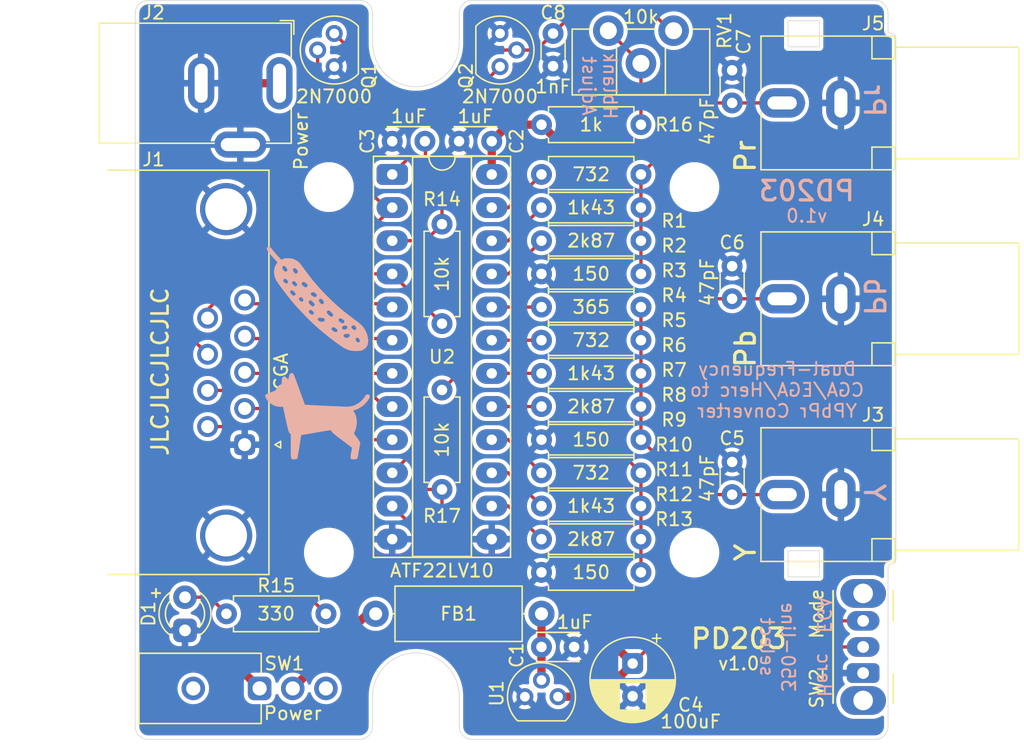
<source format=kicad_pcb>
(kicad_pcb (version 20211014) (generator pcbnew)
  (layers (0 "F.Cu" signal) (31 "B.Cu" signal) (36 "B.SilkS" user "B.Silkscreen") (37 "F.SilkS" user "F.Silkscreen") (38 "B.Mask" user) (39 "F.Mask" user) (44 "Edge.Cuts" user))
  (net 0 "")
  (net 1 "GND")
  (net 2 "+5V")
  (net 3 "/Y")
  (net 4 "/Pr")
  (net 5 "/Pb")
  (net 6 "/RAW")
  (net 7 "/VS")
  (net 8 "/HS")
  (net 9 "/R0")
  (net 10 "/Y3")
  (net 11 "/Y1")
  (net 12 "/Pr2")
  (net 13 "/Pr0")
  (net 14 "/Pb1")
  (net 15 "/Y2")
  (net 16 "/Y0")
  (net 17 "/Pr1")
  (net 18 "/Pb2")
  (net 19 "/Pb0")
  (net 20 "/VPol")
  (net 21 "/RAW'")
  (net 22 "/R")
  (net 23 "/G")
  (net 24 "/B")
  (net 25 "/I")
  (net 26 "/M")
  (net 27 "/Mode")
  (net 28 "/RAW''")
  (net 29 "/LED")
  (net 30 "/~{HS}")
  (net 31 "/Bln")
  (net 32 "/Trim")
  (footprint "MountingHole:MountingHole_3.2mm_M3_ISO7380" (layer "F.Cu") (at 40.23 90.505 90)
    (fp_text reference "MK2" hide)
    (fp_text value "Mounting_Hole")
    (pad "" np_thru_hole circle locked (at 0 0 90) (size 3.2 3.2) (drill 3.2) (layers *.Cu *.Mask))
  )
  (footprint "MountingHole:MountingHole_3.2mm_M3_ISO7380" (layer "F.Cu") (at 68.23 90.505 90)
    (fp_text reference "MK4" hide)
    (fp_text value "Mounting_Hole")
    (pad "" np_thru_hole circle locked (at 0 0 90) (size 3.2 3.2) (drill 3.2) (layers *.Cu *.Mask))
  )
  (footprint "MountingHole:MountingHole_3.2mm_M3_ISO7380" (layer "F.Cu") (at 68.23 118.505 90)
    (fp_text reference "MK3" hide)
    (fp_text value "Mounting_Hole")
    (pad "" np_thru_hole circle locked (at 0 0 90) (size 3.2 3.2) (drill 3.2) (layers *.Cu *.Mask))
  )
  (footprint "MountingHole:MountingHole_3.2mm_M3_ISO7380" (layer "F.Cu") (at 40.23 118.505 90)
    (fp_text reference "MK1" hide)
    (fp_text value "Mounting_Hole")
    (pad "" np_thru_hole circle locked (at 0 0 90) (size 3.2 3.2) (drill 3.2) (layers *.Cu *.Mask))
  )
  (footprint "Resistor_THT:R_Axial_DIN0207_L6.3mm_D2.5mm_P7.62mm_Horizontal" (layer "F.Cu") (at 56.515 112.395)
    (fp_text reference "R10" (at 10.16 -2.159) (layer "F.SilkS"))
    (fp_text value "732" (at 3.81 0) (layer "F.SilkS"))
    (pad "1" thru_hole circle (at 0 0) (size 1.6 1.6) (drill 0.8) (layers *.Cu *.Mask) (net 18 "/Pb2"))
    (pad "2" thru_hole oval (at 7.62 0) (size 1.6 1.6) (drill 0.8) (layers *.Cu *.Mask) (net 5 "/Pb"))
  )
  (footprint "Resistor_THT:R_Axial_DIN0207_L6.3mm_D2.5mm_P7.62mm_Horizontal" (layer "F.Cu") (at 56.515 99.695)
    (fp_text reference "R5" (at 10.16 1.016) (layer "F.SilkS"))
    (fp_text value "365" (at 3.81 0) (layer "F.SilkS"))
    (pad "1" thru_hole circle (at 0 0) (size 1.6 1.6) (drill 0.8) (layers *.Cu *.Mask) (net 10 "/Y3"))
    (pad "2" thru_hole oval (at 7.62 0) (size 1.6 1.6) (drill 0.8) (layers *.Cu *.Mask) (net 3 "/Y"))
  )
  (footprint "Resistor_THT:R_Axial_DIN0207_L6.3mm_D2.5mm_P7.62mm_Horizontal" (layer "F.Cu") (at 56.515 104.775)
    (fp_text reference "R7" (at 10.16 -0.254) (layer "F.SilkS"))
    (fp_text value "1k43" (at 3.81 0) (layer "F.SilkS"))
    (pad "1" thru_hole circle (at 0 0) (size 1.6 1.6) (drill 0.8) (layers *.Cu *.Mask) (net 11 "/Y1"))
    (pad "2" thru_hole oval (at 7.62 0) (size 1.6 1.6) (drill 0.8) (layers *.Cu *.Mask) (net 3 "/Y"))
  )
  (footprint "Resistor_THT:R_Axial_DIN0207_L6.3mm_D2.5mm_P7.62mm_Horizontal" (layer "F.Cu") (at 56.515 107.315)
    (fp_text reference "R8" (at 10.16 -0.889) (layer "F.SilkS"))
    (fp_text value "2k87" (at 3.81 0) (layer "F.SilkS"))
    (pad "1" thru_hole circle (at 0 0) (size 1.6 1.6) (drill 0.8) (layers *.Cu *.Mask) (net 16 "/Y0"))
    (pad "2" thru_hole oval (at 7.62 0) (size 1.6 1.6) (drill 0.8) (layers *.Cu *.Mask) (net 3 "/Y"))
  )
  (footprint "Resistor_THT:R_Axial_DIN0207_L6.3mm_D2.5mm_P7.62mm_Horizontal" (layer "F.Cu") (at 56.515 114.935)
    (fp_text reference "R11" (at 10.16 -2.794) (layer "F.SilkS"))
    (fp_text value "1k43" (at 3.81 0) (layer "F.SilkS"))
    (pad "1" thru_hole circle (at 0 0) (size 1.6 1.6) (drill 0.8) (layers *.Cu *.Mask) (net 14 "/Pb1"))
    (pad "2" thru_hole oval (at 7.62 0) (size 1.6 1.6) (drill 0.8) (layers *.Cu *.Mask) (net 5 "/Pb"))
  )
  (footprint "Resistor_THT:R_Axial_DIN0207_L6.3mm_D2.5mm_P7.62mm_Horizontal" (layer "F.Cu") (at 56.515 102.235)
    (fp_text reference "R6" (at 10.16 0.381) (layer "F.SilkS"))
    (fp_text value "732" (at 3.81 0) (layer "F.SilkS"))
    (pad "1" thru_hole circle (at 0 0) (size 1.6 1.6) (drill 0.8) (layers *.Cu *.Mask) (net 15 "/Y2"))
    (pad "2" thru_hole oval (at 7.62 0) (size 1.6 1.6) (drill 0.8) (layers *.Cu *.Mask) (net 3 "/Y"))
  )
  (footprint "Resistor_THT:R_Axial_DIN0207_L6.3mm_D2.5mm_P7.62mm_Horizontal" (layer "F.Cu") (at 56.515 109.855)
    (fp_text reference "R9" (at 10.16 -1.524) (layer "F.SilkS"))
    (fp_text value "150" (at 3.81 0) (layer "F.SilkS"))
    (pad "1" thru_hole circle (at 0 0) (size 1.6 1.6) (drill 0.8) (layers *.Cu *.Mask) (net 1 "GND"))
    (pad "2" thru_hole oval (at 7.62 0) (size 1.6 1.6) (drill 0.8) (layers *.Cu *.Mask) (net 3 "/Y"))
  )
  (footprint "Capacitor_THT:C_Disc_D3.0mm_W1.6mm_P2.50mm" (layer "F.Cu") (at 71.12 114.06 90)
    (fp_text reference "C5" (at 4.31 0 180) (layer "F.SilkS"))
    (fp_text value "47pF" (at 1.25 -1.905 90) (layer "F.SilkS"))
    (pad "1" thru_hole circle (at 0 0 90) (size 1.6 1.6) (drill 0.8) (layers *.Cu *.Mask) (net 3 "/Y"))
    (pad "2" thru_hole circle (at 2.5 0 90) (size 1.6 1.6) (drill 0.8) (layers *.Cu *.Mask) (net 1 "GND"))
  )
  (footprint "Capacitor_THT:C_Disc_D3.0mm_W2.0mm_P2.50mm" (layer "F.Cu") (at 52.705 86.995 180)
    (fp_text reference "C2" (at -1.905 0 90) (layer "F.SilkS"))
    (fp_text value "1uF" (at 1.25 1.905) (layer "F.SilkS"))
    (pad "1" thru_hole circle (at 0 0 180) (size 1.6 1.6) (drill 0.8) (layers *.Cu *.Mask) (net 2 "+5V"))
    (pad "2" thru_hole circle (at 2.5 0 180) (size 1.6 1.6) (drill 0.8) (layers *.Cu *.Mask) (net 1 "GND"))
  )
  (footprint "Resistor_THT:R_Axial_DIN0207_L6.3mm_D2.5mm_P7.62mm_Horizontal" (layer "F.Cu") (at 56.515 92.075)
    (fp_text reference "R2" (at 10.16 2.921) (layer "F.SilkS"))
    (fp_text value "1k43" (at 3.81 0) (layer "F.SilkS"))
    (pad "1" thru_hole circle (at 0 0) (size 1.6 1.6) (drill 0.8) (layers *.Cu *.Mask) (net 17 "/Pr1"))
    (pad "2" thru_hole oval (at 7.62 0) (size 1.6 1.6) (drill 0.8) (layers *.Cu *.Mask) (net 4 "/Pr"))
  )
  (footprint "Resistor_THT:R_Axial_DIN0207_L6.3mm_D2.5mm_P7.62mm_Horizontal" (layer "F.Cu") (at 56.515 94.615)
    (fp_text reference "R3" (at 10.16 2.286) (layer "F.SilkS"))
    (fp_text value "2k87" (at 3.81 0) (layer "F.SilkS"))
    (pad "1" thru_hole circle (at 0 0) (size 1.6 1.6) (drill 0.8) (layers *.Cu *.Mask) (net 13 "/Pr0"))
    (pad "2" thru_hole oval (at 7.62 0) (size 1.6 1.6) (drill 0.8) (layers *.Cu *.Mask) (net 4 "/Pr"))
  )
  (footprint "Resistor_THT:R_Axial_DIN0207_L6.3mm_D2.5mm_P7.62mm_Horizontal" (layer "F.Cu") (at 56.515 97.155)
    (fp_text reference "R4" (at 10.16 1.651) (layer "F.SilkS"))
    (fp_text value "150" (at 3.81 0) (layer "F.SilkS"))
    (pad "1" thru_hole circle (at 0 0) (size 1.6 1.6) (drill 0.8) (layers *.Cu *.Mask) (net 1 "GND"))
    (pad "2" thru_hole oval (at 7.62 0) (size 1.6 1.6) (drill 0.8) (layers *.Cu *.Mask) (net 4 "/Pr"))
  )
  (footprint "Resistor_THT:R_Axial_DIN0207_L6.3mm_D2.5mm_P7.62mm_Horizontal" (layer "F.Cu") (at 48.895 93.345 -90)
    (fp_text reference "R14" (at -1.905 0 180) (layer "F.SilkS"))
    (fp_text value "10k" (at 3.81 0 90) (layer "F.SilkS"))
    (pad "1" thru_hole circle (at 0 0 270) (size 1.6 1.6) (drill 0.8) (layers *.Cu *.Mask) (net 20 "/VPol"))
    (pad "2" thru_hole oval (at 7.62 0 270) (size 1.6 1.6) (drill 0.8) (layers *.Cu *.Mask) (net 7 "/VS"))
  )
  (footprint "cga-ypbpr:RCA_Unswitched" (layer "F.Cu") (at 74.949 99.06 -90)
    (fp_text reference "J4" (at -6.096 -6.966 180) (layer "F.SilkS"))
    (fp_text value "Pb" (at 3.81 2.813 90) (layer "F.SilkS") (effects (font (size 1.5 1.5) (thickness 0.25))))
    (pad "1" thru_hole oval (at 0 0 90) (size 2.25 3.5) (drill oval 1 2.25) (layers *.Cu *.Mask) (net 5 "/Pb"))
    (pad "2" thru_hole oval (at 0 -4.5 90) (size 3.5 2.25) (drill oval 2.25 1) (layers *.Cu *.Mask) (net 1 "GND"))
  )
  (footprint "Capacitor_THT:C_Disc_D3.0mm_W1.6mm_P2.50mm" (layer "F.Cu") (at 71.12 99.06 90)
    (fp_text reference "C6" (at 4.31 0 180) (layer "F.SilkS"))
    (fp_text value "47pF" (at 1.27 -1.905 90) (layer "F.SilkS"))
    (pad "1" thru_hole circle (at 0 0 90) (size 1.6 1.6) (drill 0.8) (layers *.Cu *.Mask) (net 5 "/Pb"))
    (pad "2" thru_hole circle (at 2.5 0 90) (size 1.6 1.6) (drill 0.8) (layers *.Cu *.Mask) (net 1 "GND"))
  )
  (footprint "Button_Switch_THT:SW_CuK_OS102011MA1QN1_SPDT_Angled" (layer "F.Cu") (at 81.153 127.73 90)
    (fp_text reference "SW2" (at -1.175 -3.556 90) (layer "F.SilkS"))
    (fp_text value "Mode" (at 4.54 -3.556 90) (layer "F.SilkS"))
    (pad "" thru_hole oval (at -2.1 0 90) (size 2.2 3.5) (drill 1.5) (layers *.Cu *.Mask))
    (pad "" thru_hole oval (at 6.1 0 90) (size 2.2 3.5) (drill 1.5) (layers *.Cu *.Mask))
    (pad "1" thru_hole roundrect (at 0 0 90) (size 1.5 2.5) (drill 0.9) (layers *.Cu *.Mask) (net 1 "GND"))
    (pad "2" thru_hole oval (at 2 0 90) (size 1.5 2.5) (drill 0.9) (layers *.Cu *.Mask) (net 27 "/Mode"))
    (pad "3" thru_hole oval (at 4 0 90) (size 1.5 2.5) (drill 0.9) (layers *.Cu *.Mask) (net 2 "+5V"))
  )
  (footprint "Connector_Dsub:DSUB-9_Female_Horizontal_P2.77x2.84mm_EdgePinOffset7.70mm_Housed_MountingHolesOffset9.12mm" (layer "F.Cu") (at 33.782 110.236 -90)
    (fp_text reference "J1" (at -21.844 6.985 180) (layer "F.SilkS"))
    (fp_text value "CGA" (at -5.588 -2.794 90) (layer "F.SilkS"))
    (pad "0" thru_hole circle (at 6.96 1.42 270) (size 4 4) (drill 3.2) (layers *.Cu *.Mask) (net 1 "GND"))
    (pad "0" thru_hole circle (at -18.04 1.42 270) (size 4 4) (drill 3.2) (layers *.Cu *.Mask) (net 1 "GND"))
    (pad "1" thru_hole roundrect (at 0 0 270) (size 1.6 1.6) (drill 1) (layers *.Cu *.Mask) (net 1 "GND"))
    (pad "2" thru_hole circle (at -2.77 0 270) (size 1.6 1.6) (drill 1) (layers *.Cu *.Mask) (net 9 "/R0"))
    (pad "3" thru_hole circle (at -5.54 0 270) (size 1.6 1.6) (drill 1) (layers *.Cu *.Mask) (net 22 "/R"))
    (pad "4" thru_hole circle (at -8.31 0 270) (size 1.6 1.6) (drill 1) (layers *.Cu *.Mask) (net 23 "/G"))
    (pad "5" thru_hole circle (at -11.08 0 270) (size 1.6 1.6) (drill 1) (layers *.Cu *.Mask) (net 24 "/B"))
    (pad "6" thru_hole circle (at -1.385 2.84 270) (size 1.6 1.6) (drill 1) (layers *.Cu *.Mask) (net 25 "/I"))
    (pad "7" thru_hole circle (at -4.155 2.84 270) (size 1.6 1.6) (drill 1) (layers *.Cu *.Mask) (net 26 "/M"))
    (pad "8" thru_hole circle (at -6.925 2.84 270) (size 1.6 1.6) (drill 1) (layers *.Cu *.Mask) (net 8 "/HS"))
    (pad "9" thru_hole circle (at -9.695 2.84 270) (size 1.6 1.6) (drill 1) (layers *.Cu *.Mask) (net 7 "/VS"))
  )
  (footprint "cga-ypbpr:RCA_Unswitched" (layer "F.Cu") (at 74.949 84.06 -90)
    (fp_text reference "J5" (at -6.082 -6.966 180) (layer "F.SilkS"))
    (fp_text value "Pr" (at 4.078 2.813 90) (layer "F.SilkS") (effects (font (size 1.5 1.5) (thickness 0.25))))
    (pad "1" thru_hole oval (at 0 0 90) (size 2.25 3.5) (drill oval 1 2.25) (layers *.Cu *.Mask) (net 4 "/Pr"))
    (pad "2" thru_hole oval (at 0 -4.5 90) (size 3.5 2.25) (drill oval 2.25 1) (layers *.Cu *.Mask) (net 1 "GND"))
  )
  (footprint "Resistor_THT:R_Axial_DIN0207_L6.3mm_D2.5mm_P7.62mm_Horizontal" (layer "F.Cu") (at 56.515 89.535)
    (fp_text reference "R1" (at 10.16 3.556) (layer "F.SilkS"))
    (fp_text value "732" (at 3.81 0) (layer "F.SilkS"))
    (pad "1" thru_hole circle (at 0 0) (size 1.6 1.6) (drill 0.8) (layers *.Cu *.Mask) (net 12 "/Pr2"))
    (pad "2" thru_hole oval (at 7.62 0) (size 1.6 1.6) (drill 0.8) (layers *.Cu *.Mask) (net 4 "/Pr"))
  )
  (footprint "Resistor_THT:R_Axial_DIN0207_L6.3mm_D2.5mm_P7.62mm_Horizontal" (layer "F.Cu") (at 48.895 106.045 -90)
    (fp_text reference "R17" (at 9.652 0 180) (layer "F.SilkS"))
    (fp_text value "10k" (at 3.81 0 90) (layer "F.SilkS"))
    (pad "1" thru_hole circle (at 0 0 270) (size 1.6 1.6) (drill 0.8) (layers *.Cu *.Mask) (net 31 "/Bln"))
    (pad "2" thru_hole oval (at 7.62 0 270) (size 1.6 1.6) (drill 0.8) (layers *.Cu *.Mask) (net 2 "+5V"))
  )
  (footprint "cga-ypbpr:SW_Toggle_SPDT_Vertical" (layer "F.Cu") (at 34.925 128.905 180)
    (fp_text reference "SW1" (at -1.905 1.905) (layer "F.SilkS"))
    (fp_text value "Power" (at -2.54 -1.905) (layer "F.SilkS"))
    (pad "" thru_hole circle (at 5.08 0) (size 1.8 1.8) (drill 1.09) (layers *.Cu *.Mask))
    (pad "1" thru_hole roundrect (at 0 0) (size 1.8 1.8) (drill 1.09) (layers *.Cu *.Mask) (net 6 "/RAW"))
    (pad "2" thru_hole circle (at -2.54 0) (size 1.8 1.8) (drill 1.09) (layers *.Cu *.Mask) (net 21 "/RAW'"))
    (pad "3" thru_hole circle (at -5.08 0) (size 1.8 1.8) (drill 1.09) (layers *.Cu *.Mask))
  )
  (footprint "LED_THT:LED_D3.0mm" (layer "F.Cu") (at 29.21 124.46 90)
    (fp_text reference "D1" (at 1.27 -2.794 90) (layer "F.SilkS"))
    (fp_text value "Green")
    (pad "1" thru_hole roundrect (at 0 0 90) (size 1.8 1.8) (drill 0.9) (layers *.Cu *.Mask) (net 1 "GND"))
    (pad "2" thru_hole circle (at 2.54 0 90) (size 1.8 1.8) (drill 0.9) (layers *.Cu *.Mask) (net 29 "/LED"))
  )
  (footprint "Capacitor_THT:C_Disc_D3.0mm_W1.6mm_P2.50mm" (layer "F.Cu") (at 57.404 78.74 -90)
    (fp_text reference "C8" (at -1.5875 0 180) (layer "F.SilkS"))
    (fp_text value "1nF" (at 4.064 0 180) (layer "F.SilkS"))
    (pad "1" thru_hole circle (at 0 0 270) (size 1.6 1.6) (drill 0.8) (layers *.Cu *.Mask) (net 30 "/~{HS}"))
    (pad "2" thru_hole circle (at 2.5 0 270) (size 1.6 1.6) (drill 0.8) (layers *.Cu *.Mask) (net 1 "GND"))
  )
  (footprint "Package_TO_SOT_THT:TO-92" (layer "F.Cu") (at 53.34 78.74 -90)
    (fp_text reference "Q2" (at 3.2385 2.6035 -90) (layer "F.SilkS"))
    (fp_text value "2N7000" (at 4.826 0 180) (layer "F.SilkS"))
    (pad "1" thru_hole circle (at 0 0 270) (size 1.3 1.3) (drill 0.75) (layers *.Cu *.Mask) (net 1 "GND"))
    (pad "2" thru_hole circle (at 1.27 -1.27 270) (size 1.3 1.3) (drill 0.75) (layers *.Cu *.Mask) (net 30 "/~{HS}"))
    (pad "3" thru_hole circle (at 2.54 0 270) (size 1.3 1.3) (drill 0.75) (layers *.Cu *.Mask) (net 31 "/Bln"))
  )
  (footprint "Inductor_THT:L_Axial_L9.5mm_D4.0mm_P12.70mm_Horizontal_Fastron_SMCC" (layer "F.Cu") (at 43.815 123.19)
    (fp_text reference "FB1" (at 6.35 0) (layer "F.SilkS"))
    (fp_text value "Ferrite")
    (pad "1" thru_hole circle (at 0 0) (size 2 2) (drill 1) (layers *.Cu *.Mask) (net 21 "/RAW'"))
    (pad "2" thru_hole oval (at 12.7 0) (size 2 2) (drill 1) (layers *.Cu *.Mask) (net 28 "/RAW''"))
  )
  (footprint "Capacitor_THT:CP_Radial_D6.3mm_P2.50mm" (layer "F.Cu") (at 63.5 127 -90)
    (fp_text reference "C4" (at 3.175 -4.445 180) (layer "F.SilkS"))
    (fp_text value "100uF" (at 4.445 -4.445 180) (layer "F.SilkS"))
    (pad "1" thru_hole roundrect (at 0 0 270) (size 1.6 1.6) (drill 0.8) (layers *.Cu *.Mask) (net 2 "+5V"))
    (pad "2" thru_hole circle (at 2.5 0 270) (size 1.6 1.6) (drill 0.8) (layers *.Cu *.Mask) (net 1 "GND"))
  )
  (footprint "Capacitor_THT:C_Disc_D3.0mm_W2.0mm_P2.50mm" (layer "F.Cu") (at 56.515 125.73)
    (fp_text reference "C1" (at -1.905 0.635 270) (layer "F.SilkS"))
    (fp_text value "1uF" (at 2.54 -1.905 180) (layer "F.SilkS"))
    (pad "1" thru_hole circle (at 0 0) (size 1.6 1.6) (drill 0.8) (layers *.Cu *.Mask) (net 28 "/RAW''"))
    (pad "2" thru_hole circle (at 2.5 0) (size 1.6 1.6) (drill 0.8) (layers *.Cu *.Mask) (net 1 "GND"))
  )
  (footprint "Potentiometer_THT:Potentiometer_Piher_PT-10-H01_Horizontal" (layer "F.Cu") (at 66.635 78.526 -90)
    (fp_text reference "RV1" (at 0 -3.9 90) (layer "F.SilkS"))
    (fp_text value "10k" (at -1.056 2.5 180) (layer "F.SilkS"))
    (pad "1" thru_hole circle (at 0 0 270) (size 2.34 2.34) (drill 1.3) (layers *.Cu *.Mask) (net 30 "/~{HS}"))
    (pad "2" thru_hole circle (at 2.5 2.5 270) (size 2.34 2.34) (drill 1.3) (layers *.Cu *.Mask) (net 32 "/Trim"))
    (pad "3" thru_hole circle (at 0 5 270) (size 2.34 2.34) (drill 1.3) (layers *.Cu *.Mask) (net 32 "/Trim"))
  )
  (footprint "Resistor_THT:R_Axial_DIN0207_L6.3mm_D2.5mm_P7.62mm_Horizontal" (layer "F.Cu") (at 64.135 85.725 180)
    (fp_text reference "R16" (at -2.54 0) (layer "F.SilkS"))
    (fp_text value "1k" (at 3.81 0) (layer "F.SilkS"))
    (pad "1" thru_hole circle (at 0 0 180) (size 1.6 1.6) (drill 0.8) (layers *.Cu *.Mask) (net 32 "/Trim"))
    (pad "2" thru_hole oval (at 7.62 0 180) (size 1.6 1.6) (drill 0.8) (layers *.Cu *.Mask) (net 2 "+5V"))
  )
  (footprint "Resistor_THT:R_Axial_DIN0207_L6.3mm_D2.5mm_P7.62mm_Horizontal" (layer "F.Cu") (at 32.385 123.19)
    (fp_text reference "R15" (at 3.81 -2.159) (layer "F.SilkS"))
    (fp_text value "330" (at 3.81 0) (layer "F.SilkS"))
    (pad "1" thru_hole circle (at 0 0) (size 1.6 1.6) (drill 0.8) (layers *.Cu *.Mask) (net 29 "/LED"))
    (pad "2" thru_hole oval (at 7.62 0) (size 1.6 1.6) (drill 0.8) (layers *.Cu *.Mask) (net 2 "+5V"))
  )
  (footprint "Capacitor_THT:C_Disc_D3.0mm_W2.0mm_P2.50mm" (layer "F.Cu") (at 47.585 86.995 180)
    (fp_text reference "C3" (at 4.405 0 90) (layer "F.SilkS"))
    (fp_text value "1uF" (at 1.23 1.905) (layer "F.SilkS"))
    (pad "1" thru_hole circle (at 0 0 180) (size 1.6 1.6) (drill 0.8) (layers *.Cu *.Mask) (net 20 "/VPol"))
    (pad "2" thru_hole circle (at 2.5 0 180) (size 1.6 1.6) (drill 0.8) (layers *.Cu *.Mask) (net 1 "GND"))
  )
  (footprint "Connector_BarrelJack:BarrelJack_Horizontal" (layer "F.Cu") (at 36.449 82.55)
    (fp_text reference "J2" (at -9.652 -5.3975) (layer "F.SilkS"))
    (fp_text value "Power" (at 1.651 4.445 90) (layer "F.SilkS"))
    (pad "1" thru_hole oval (at 0 0) (size 2 4) (drill oval 1 3) (layers *.Cu *.Mask) (net 6 "/RAW"))
    (pad "2" thru_hole oval (at -6 0) (size 2 4) (drill oval 1 3) (layers *.Cu *.Mask) (net 1 "GND"))
    (pad "3" thru_hole oval (at -3 4.7) (size 4 2) (drill oval 3 1) (layers *.Cu *.Mask) (net 1 "GND"))
  )
  (footprint "Resistor_THT:R_Axial_DIN0207_L6.3mm_D2.5mm_P7.62mm_Horizontal" (layer "F.Cu") (at 56.515 117.475)
    (fp_text reference "R12" (at 10.16 -3.429) (layer "F.SilkS"))
    (fp_text value "2k87" (at 3.81 0) (layer "F.SilkS"))
    (pad "1" thru_hole circle (at 0 0) (size 1.6 1.6) (drill 0.8) (layers *.Cu *.Mask) (net 19 "/Pb0"))
    (pad "2" thru_hole oval (at 7.62 0) (size 1.6 1.6) (drill 0.8) (layers *.Cu *.Mask) (net 5 "/Pb"))
  )
  (footprint "Resistor_THT:R_Axial_DIN0207_L6.3mm_D2.5mm_P7.62mm_Horizontal" (layer "F.Cu") (at 56.515 120.015)
    (fp_text reference "R13" (at 10.16 -4.064) (layer "F.SilkS"))
    (fp_text value "150" (at 3.81 0) (layer "F.SilkS"))
    (pad "1" thru_hole circle (at 0 0) (size 1.6 1.6) (drill 0.8) (layers *.Cu *.Mask) (net 1 "GND"))
    (pad "2" thru_hole oval (at 7.62 0) (size 1.6 1.6) (drill 0.8) (layers *.Cu *.Mask) (net 5 "/Pb"))
  )
  (footprint "Package_TO_SOT_THT:TO-92" (layer "F.Cu") (at 40.64 81.28 90)
    (fp_text reference "Q1" (at -0.6985 2.667 270) (layer "F.SilkS"))
    (fp_text value "2N7000" (at -2.286 0 180) (layer "F.SilkS"))
    (pad "1" thru_hole circle (at 0 0 90) (size 1.3 1.3) (drill 0.75) (layers *.Cu *.Mask) (net 1 "GND"))
    (pad "2" thru_hole circle (at 1.27 -1.27 90) (size 1.3 1.3) (drill 0.75) (layers *.Cu *.Mask) (net 8 "/HS"))
    (pad "3" thru_hole circle (at 2.54 0 90) (size 1.3 1.3) (drill 0.75) (layers *.Cu *.Mask) (net 30 "/~{HS}"))
  )
  (footprint "Package_TO_SOT_THT:TO-92" (layer "F.Cu") (at 55.245 129.54)
    (fp_text reference "U1" (at -2.159 -0.254 -90) (layer "F.SilkS"))
    (fp_text value "MCP1702-5002E")
    (pad "1" thru_hole circle (at 0 0) (size 1.3 1.3) (drill 0.75) (layers *.Cu *.Mask) (net 1 "GND"))
    (pad "2" thru_hole circle (at 1.27 -1.27) (size 1.3 1.3) (drill 0.75) (layers *.Cu *.Mask) (net 28 "/RAW''"))
    (pad "3" thru_hole circle (at 2.54 0) (size 1.3 1.3) (drill 0.75) (layers *.Cu *.Mask) (net 2 "+5V"))
  )
  (footprint "cga-ypbpr:RCA_Unswitched" (layer "F.Cu") (at 74.949 114.06 -90)
    (fp_text reference "J3" (at -6.11 -6.966 180) (layer "F.SilkS"))
    (fp_text value "Y" (at 4.431 2.813 90) (layer "F.SilkS") (effects (font (size 1.5 1.5) (thickness 0.25))))
    (pad "1" thru_hole oval (at 0 0 90) (size 2.25 3.5) (drill oval 1 2.25) (layers *.Cu *.Mask) (net 3 "/Y"))
    (pad "2" thru_hole oval (at 0 -4.5 90) (size 3.5 2.25) (drill oval 2.25 1) (layers *.Cu *.Mask) (net 1 "GND"))
  )
  (footprint "Capacitor_THT:C_Disc_D3.0mm_W1.6mm_P2.50mm" (layer "F.Cu") (at 71.12 84.06 90)
    (fp_text reference "C7" (at 4.685 0.889 90) (layer "F.SilkS"))
    (fp_text value "47pF" (at -1.411 -1.905 90) (layer "F.SilkS"))
    (pad "1" thru_hole circle (at 0 0 90) (size 1.6 1.6) (drill 0.8) (layers *.Cu *.Mask) (net 4 "/Pr"))
    (pad "2" thru_hole circle (at 2.5 0 90) (size 1.6 1.6) (drill 0.8) (layers *.Cu *.Mask) (net 1 "GND"))
  )
  (footprint "Package_DIP:DIP-24_W7.62mm_Socket_LongPads" (layer "F.Cu") (at 45.085 89.535)
    (fp_text reference "U2" (at 3.81 13.97) (layer "F.SilkS"))
    (fp_text value "ATF22LV10" (at 3.81 30.353 180) (layer "F.SilkS"))
    (pad "1" thru_hole roundrect (at 0 0) (size 2.4 1.6) (drill 0.8) (layers *.Cu *.Mask) (net 31 "/Bln"))
    (pad "2" thru_hole oval (at 0 2.54) (size 2.4 1.6) (drill 0.8) (layers *.Cu *.Mask) (net 8 "/HS"))
    (pad "3" thru_hole oval (at 0 5.08) (size 2.4 1.6) (drill 0.8) (layers *.Cu *.Mask) (net 20 "/VPol"))
    (pad "4" thru_hole oval (at 0 7.62) (size 2.4 1.6) (drill 0.8) (layers *.Cu *.Mask) (net 7 "/VS"))
    (pad "5" thru_hole oval (at 0 10.16) (size 2.4 1.6) (drill 0.8) (layers *.Cu *.Mask) (net 24 "/B"))
    (pad "6" thru_hole oval (at 0 12.7) (size 2.4 1.6) (drill 0.8) (layers *.Cu *.Mask) (net 23 "/G"))
    (pad "7" thru_hole oval (at 0 15.24) (size 2.4 1.6) (drill 0.8) (layers *.Cu *.Mask) (net 22 "/R"))
    (pad "8" thru_hole oval (at 0 17.78) (size 2.4 1.6) (drill 0.8) (layers *.Cu *.Mask) (net 26 "/M"))
    (pad "9" thru_hole oval (at 0 20.32) (size 2.4 1.6) (drill 0.8) (layers *.Cu *.Mask) (net 25 "/I"))
    (pad "10" thru_hole oval (at 0 22.86) (size 2.4 1.6) (drill 0.8) (layers *.Cu *.Mask) (net 9 "/R0"))
    (pad "11" thru_hole oval (at 0 25.4) (size 2.4 1.6) (drill 0.8) (layers *.Cu *.Mask) (net 27 "/Mode"))
    (pad "12" thru_hole oval (at 0 27.94) (size 2.4 1.6) (drill 0.8) (layers *.Cu *.Mask) (net 1 "GND"))
    (pad "13" thru_hole oval (at 7.62 27.94) (size 2.4 1.6) (drill 0.8) (layers *.Cu *.Mask) (net 1 "GND"))
    (pad "14" thru_hole oval (at 7.62 25.4) (size 2.4 1.6) (drill 0.8) (layers *.Cu *.Mask) (net 19 "/Pb0"))
    (pad "15" thru_hole oval (at 7.62 22.86) (size 2.4 1.6) (drill 0.8) (layers *.Cu *.Mask) (net 14 "/Pb1"))
    (pad "16" thru_hole oval (at 7.62 20.32) (size 2.4 1.6) (drill 0.8) (layers *.Cu *.Mask) (net 18 "/Pb2"))
    (pad "17" thru_hole oval (at 7.62 17.78) (size 2.4 1.6) (drill 0.8) (layers *.Cu *.Mask) (net 16 "/Y0"))
    (pad "18" thru_hole oval (at 7.62 15.24) (size 2.4 1.6) (drill 0.8) (layers *.Cu *.Mask) (net 11 "/Y1"))
    (pad "19" thru_hole oval (at 7.62 12.7) (size 2.4 1.6) (drill 0.8) (layers *.Cu *.Mask) (net 15 "/Y2"))
    (pad "20" thru_hole oval (at 7.62 10.16) (size 2.4 1.6) (drill 0.8) (layers *.Cu *.Mask) (net 10 "/Y3"))
    (pad "21" thru_hole oval (at 7.62 7.62) (size 2.4 1.6) (drill 0.8) (layers *.Cu *.Mask) (net 13 "/Pr0"))
    (pad "22" thru_hole oval (at 7.62 5.08) (size 2.4 1.6) (drill 0.8) (layers *.Cu *.Mask) (net 17 "/Pr1"))
    (pad "23" thru_hole oval (at 7.62 2.54) (size 2.4 1.6) (drill 0.8) (layers *.Cu *.Mask) (net 12 "/Pr2"))
    (pad "24" thru_hole oval (at 7.62 0) (size 2.4 1.6) (drill 0.8) (layers *.Cu *.Mask) (net 2 "+5V"))
  )
  (footprint "cga-ypbpr:Symbol-Pickle-8mm" (layer "B.Cu") (at 39.37 99.06 180)
    (fp_text reference "Ref**" hide)
    (fp_text value "Val**" hide)
  )
  (footprint "cga-ypbpr:Symbol-Dog-8mm" (layer "B.Cu") (at 39.37 107.95 180)
    (fp_text reference "Ref**" hide)
    (fp_text value "Val**" hide)
  )
  (gr_line (start 26.67 121.6025) (end 27.305 121.6025) (layer "F.SilkS") (width 0.15))
  (gr_line (start 26.9875 121.285) (end 26.9875 121.92) (layer "F.SilkS") (width 0.15))
  (gr_arc (start 50.213 79.505) (mid 46.898 82.82) (end 43.583 79.505) (layer "Edge.Cuts") (width 0.05))
  (gr_arc (start 43.583 129.505) (mid 46.898 126.19) (end 50.213 129.505) (layer "Edge.Cuts") (width 0.05))
  (gr_line (start 26.4 132.81) (end 42.583 132.81) (layer "Edge.Cuts") (width 0.05))
  (gr_line (start 25.4 77.2) (end 25.4 131.81) (layer "Edge.Cuts") (width 0.05))
  (gr_line (start 82.06 76.2) (end 51.213 76.2) (layer "Edge.Cuts") (width 0.05))
  (gr_line (start 51.213 132.81) (end 82.06 132.81) (layer "Edge.Cuts") (width 0.05))
  (gr_line (start 42.583 76.2) (end 26.4 76.2) (layer "Edge.Cuts") (width 0.05))
  (gr_line (start 50.213 129.505) (end 50.213 131.81) (layer "Edge.Cuts") (width 0.05))
  (gr_line (start 50.213 77.2) (end 50.213 79.505) (layer "Edge.Cuts") (width 0.05))
  (gr_line (start 43.583 79.505) (end 43.583 77.2) (layer "Edge.Cuts") (width 0.05))
  (gr_line (start 43.583 131.81) (end 43.583 129.505) (layer "Edge.Cuts") (width 0.05))
  (gr_line (start 75.4 118.36) (end 75.4 120.36) (layer "Edge.Cuts") (width 0.05))
  (gr_line (start 75.4 79.76) (end 75.4 77.76) (layer "Edge.Cuts") (width 0.05))
  (gr_line (start 83.66 119.06) (end 83.66 79.06) (layer "Edge.Cuts") (width 0.05))
  (gr_arc (start 83.36 78.76) (mid 83.147868 78.672132) (end 83.06 78.46) (layer "Edge.Cuts") (width 0.05))
  (gr_line (start 83.06 77.2) (end 83.06 78.46) (layer "Edge.Cuts") (width 0.05))
  (gr_arc (start 83.36 78.76) (mid 83.572132 78.847868) (end 83.66 79.06) (layer "Edge.Cuts") (width 0.05))
  (gr_arc (start 83.06 119.66) (mid 83.147868 119.447868) (end 83.36 119.36) (layer "Edge.Cuts") (width 0.05))
  (gr_line (start 83.06 131.81) (end 83.06 119.66) (layer "Edge.Cuts") (width 0.05))
  (gr_line (start 77.8 77.76) (end 77.8 79.76) (layer "Edge.Cuts") (width 0.05))
  (gr_arc (start 43.583 131.81) (mid 43.290107 132.517107) (end 42.583 132.81) (layer "Edge.Cuts") (width 0.05))
  (gr_arc (start 50.213 77.2) (mid 50.505893 76.492893) (end 51.213 76.2) (layer "Edge.Cuts") (width 0.05))
  (gr_line (start 77.8 118.36) (end 75.4 118.36) (layer "Edge.Cuts") (width 0.05))
  (gr_arc (start 42.583 76.2) (mid 43.290107 76.492893) (end 43.583 77.2) (layer "Edge.Cuts") (width 0.05))
  (gr_line (start 77.8 79.76) (end 75.4 79.76) (layer "Edge.Cuts") (width 0.05))
  (gr_arc (start 82.06 76.2) (mid 82.767107 76.492893) (end 83.06 77.2) (layer "Edge.Cuts") (width 0.05))
  (gr_line (start 75.4 120.36) (end 77.8 120.36) (layer "Edge.Cuts") (width 0.05))
  (gr_arc (start 26.4 132.81) (mid 25.692893 132.517107) (end 25.4 131.81) (layer "Edge.Cuts") (width 0.05))
  (gr_arc (start 25.4 77.2) (mid 25.692893 76.492893) (end 26.4 76.2) (layer "Edge.Cuts") (width 0.05))
  (gr_arc (start 51.213 132.81) (mid 50.505893 132.517107) (end 50.213 131.81) (layer "Edge.Cuts") (width 0.05))
  (gr_arc (start 83.66 119.06) (mid 83.572132 119.272132) (end 83.36 119.36) (layer "Edge.Cuts") (width 0.05))
  (gr_line (start 77.8 120.36) (end 77.8 118.36) (layer "Edge.Cuts") (width 0.05))
  (gr_arc (start 83.06 131.81) (mid 82.767107 132.517107) (end 82.06 132.81) (layer "Edge.Cuts") (width 0.05))
  (gr_line (start 75.4 77.76) (end 77.8 77.76) (layer "Edge.Cuts") (width 0.05))
  (gr_text "Dual-Frequency\nCGA/EGA/Herc to\nYPbPr Converter" (at 74.56 106.045) (layer "B.SilkS") (effects (font (size 1 1)) (justify mirror)))
  (gr_text "PD203" (at 76.835 90.805) (layer "B.SilkS") (effects (font (size 1.5 1.5) (thickness 0.25)) (justify mirror)))
  (gr_text "v1.0" (at 76.835 92.71) (layer "B.SilkS") (effects (font (size 1 1)) (justify mirror)))
  (gr_text "Hblank\nAdjust" (at 60.96 82.76 270) (layer "B.SilkS") (effects (font (size 1 1)) (justify mirror)))
  (gr_text "Pr" (at 82 83.9 270) (layer "B.SilkS") (effects (font (size 1.5 1.5) (thickness 0.25)) (justify mirror)))
  (gr_text "Pb" (at 82 98.9 270) (layer "B.SilkS") (effects (font (size 1.5 1.5) (thickness 0.25)) (justify mirror)))
  (gr_text "350-line\nselect" (at 74.592 125.73 -90) (layer "B.SilkS") (effects (font (size 1 1)) (justify mirror)))
  (gr_text "Herc  EGA" (at 78.148 125.73 -90) (layer "B.SilkS") (effects (font (size 1 1)) (justify mirror)))
  (gr_text "Y" (at 82 113.9 270) (layer "B.SilkS") (effects (font (size 1.5 1.5) (thickness 0.25)) (justify mirror)))
  (gr_text "JLCJLCJLCJLC" (at 27.305 104.648 90) (layer "F.SilkS") (effects (font (size 1.25 1.25) (thickness 0.2))))
  (gr_text "v1.0" (at 71.628 127) (layer "F.SilkS") (effects (font (size 1 1))))
  (gr_text "PD203" (at 71.628 125.095) (layer "F.SilkS") (effects (font (size 1.5 1.5) (thickness 0.25))))
  (segment (start 36.83 120.015) (end 36.83 116.84) (width 0.254) (layer "F.Cu") (net 2))
  (segment (start 56.515 85.725) (end 53.975 85.725) (width 0.635) (layer "F.Cu") (net 2))
  (segment (start 58.42 121.92) (end 58.42 121.539) (width 0.635) (layer "F.Cu") (net 2))
  (segment (start 48.895 113.665) (end 48.895 116.205) (width 0.254) (layer "F.Cu") (net 2))
  (segment (start 40.005 123.19) (end 36.83 120.015) (width 0.254) (layer "F.Cu") (net 2))
  (segment (start 58.42 87.63) (end 56.515 85.725) (width 0.635) (layer "F.Cu") (net 2))
  (segment (start 36.83 116.84) (end 40.005 113.665) (width 0.254) (layer "F.Cu") (net 2))
  (segment (start 52.705 86.995) (end 52.705 89.535) (width 0.635) (layer "F.Cu") (net 2))
  (segment (start 57.785 129.54) (end 60.96 129.54) (width 0.635) (layer "F.Cu") (net 2))
  (segment (start 48.895 116.205) (end 54.229 121.539) (width 0.254) (layer "F.Cu") (net 2))
  (segment (start 66.77 123.73) (end 81.153 123.73) (width 0.254) (layer "F.Cu") (net 2))
  (segment (start 40.005 113.665) (end 48.895 113.665) (width 0.254) (layer "F.Cu") (net 2))
  (segment (start 58.42 121.539) (end 58.42 87.63) (width 0.635) (layer "F.Cu") (net 2))
  (segment (start 54.229 121.539) (end 58.42 121.539) (width 0.254) (layer "F.Cu") (net 2))
  (segment (start 60.96 129.54) (end 63.5 127) (width 0.635) (layer "F.Cu") (net 2))
  (segment (start 63.5 127) (end 58.42 121.92) (width 0.635) (layer "F.Cu") (net 2))
  (segment (start 53.975 85.725) (end 52.705 86.995) (width 0.635) (layer "F.Cu") (net 2))
  (segment (start 63.5 127) (end 66.77 123.73) (width 0.254) (layer "F.Cu") (net 2))
  (segment (start 64.135 104.775) (end 64.135 107.315) (width 0.254) (layer "F.Cu") (net 3))
  (segment (start 68.34 114.06) (end 71.12 114.06) (width 0.254) (layer "F.Cu") (net 3))
  (segment (start 68.34 114.06) (end 64.135 109.855) (width 0.254) (layer "F.Cu") (net 3))
  (segment (start 64.135 102.235) (end 64.135 104.775) (width 0.254) (layer "F.Cu") (net 3))
  (segment (start 71.12 114.06) (end 74.949 114.06) (width 0.254) (layer "F.Cu") (net 3))
  (segment (start 64.135 107.315) (end 64.135 109.855) (width 0.254) (layer "F.Cu") (net 3))
  (segment (start 64.135 99.695) (end 64.135 102.235) (width 0.254) (layer "F.Cu") (net 3))
  (segment (start 69.61 84.06) (end 64.135 89.535) (width 0.254) (layer "F.Cu") (net 4))
  (segment (start 64.135 89.535) (end 64.135 92.075) (width 0.254) (layer "F.Cu") (net 4))
  (segment (start 76.6 84.06) (end 69.61 84.06) (width 0.254) (layer "F.Cu") (net 4))
  (segment (start 64.135 94.615) (end 64.135 97.155) (width 0.254) (layer "F.Cu") (net 4))
  (segment (start 64.135 92.075) (end 64.135 94.615) (width 0.254) (layer "F.Cu") (net 4))
  (segment (start 64.77 98.425) (end 65.405 99.06) (width 0.254) (layer "F.Cu") (net 5))
  (segment (start 62.23 99.695) (end 63.5 98.425) (width 0.254) (layer "F.Cu") (net 5))
  (segment (start 65.405 99.06) (end 71.12 99.06) (width 0.254) (layer "F.Cu") (net 5))
  (segment (start 64.135 117.475) (end 64.135 120.015) (width 0.254) (layer "F.Cu") (net 5))
  (segment (start 64.135 112.395) (end 64.135 114.935) (width 0.254) (layer "F.Cu") (net 5))
  (segment (start 63.5 98.425) (end 64.77 98.425) (width 0.254) (layer "F.Cu") (net 5))
  (segment (start 64.135 112.395) (end 62.23 110.49) (width 0.254) (layer "F.Cu") (net 5))
  (segment (start 74.949 99.06) (end 71.12 99.06) (width 0.254) (layer "F.Cu") (net 5))
  (segment (start 62.23 110.49) (end 62.23 99.695) (width 0.254) (layer "F.Cu") (net 5))
  (segment (start 64.135 114.935) (end 64.135 117.475) (width 0.254) (layer "F.Cu") (net 5))
  (segment (start 34.417 82.55) (end 36.449 82.55) (width 0.635) (layer "F.Cu") (net 6))
  (segment (start 34.925 128.905) (end 33.02 127) (width 0.635) (layer "F.Cu") (net 6))
  (segment (start 27.305 89.662) (end 34.417 82.55) (width 0.635) (layer "F.Cu") (net 6))
  (segment (start 29.21 127) (end 27.305 125.095) (width 0.635) (layer "F.Cu") (net 6))
  (segment (start 27.305 125.095) (end 27.305 89.662) (width 0.635) (layer "F.Cu") (net 6))
  (segment (start 33.02 127) (end 29.21 127) (width 0.635) (layer "F.Cu") (net 6))
  (segment (start 30.942 99.892815) (end 33.679815 97.155) (width 0.254) (layer "F.Cu") (net 7))
  (segment (start 45.085 97.155) (end 48.895 100.965) (width 0.254) (layer "F.Cu") (net 7))
  (segment (start 33.679815 97.155) (end 45.085 97.155) (width 0.254) (layer "F.Cu") (net 7))
  (segment (start 30.942 100.541) (end 30.942 99.892815) (width 0.254) (layer "F.Cu") (net 7))
  (segment (start 29.591 101.96) (end 29.591 99.822) (width 0.254) (layer "F.Cu") (net 8))
  (segment (start 39.37 85.344) (end 39.37 80.01) (width 0.254) (layer "F.Cu") (net 8))
  (segment (start 34.544 94.869) (end 42.291 94.869) (width 0.254) (layer "F.Cu") (net 8))
  (segment (start 43.307 90.805) (end 43.307 89.281) (width 0.254) (layer "F.Cu") (net 8))
  (segment (start 30.942 103.311) (end 29.591 101.96) (width 0.254) (layer "F.Cu") (net 8))
  (segment (start 44.577 92.075) (end 43.307 90.805) (width 0.254) (layer "F.Cu") (net 8))
  (segment (start 42.291 94.869) (end 45.085 92.075) (width 0.254) (layer "F.Cu") (net 8))
  (segment (start 45.085 92.075) (end 44.577 92.075) (width 0.254) (layer "F.Cu") (net 8))
  (segment (start 29.591 99.822) (end 34.544 94.869) (width 0.254) (layer "F.Cu") (net 8))
  (segment (start 43.307 89.281) (end 39.37 85.344) (width 0.254) (layer "F.Cu") (net 8))
  (segment (start 46.99 109.22) (end 46.355 108.585) (width 0.254) (layer "F.Cu") (net 9))
  (segment (start 42.696 107.466) (end 33.782 107.466) (width 0.254) (layer "F.Cu") (net 9))
  (segment (start 43.815 108.585) (end 42.696 107.466) (width 0.254) (layer "F.Cu") (net 9))
  (segment (start 45.085 112.395) (end 46.99 110.49) (width 0.254) (layer "F.Cu") (net 9))
  (segment (start 46.355 108.585) (end 43.815 108.585) (width 0.254) (layer "F.Cu") (net 9))
  (segment (start 46.99 110.49) (end 46.99 109.22) (width 0.254) (layer "F.Cu") (net 9))
  (segment (start 56.515 99.695) (end 52.705 99.695) (width 0.254) (layer "F.Cu") (net 10))
  (segment (start 56.515 104.775) (end 52.705 104.775) (width 0.254) (layer "F.Cu") (net 11))
  (segment (start 53.975 92.075) (end 56.515 89.535) (width 0.254) (layer "F.Cu") (net 12))
  (segment (start 52.705 92.075) (end 53.975 92.075) (width 0.254) (layer "F.Cu") (net 12))
  (segment (start 52.705 97.155) (end 53.975 97.155) (width 0.254) (layer "F.Cu") (net 13))
  (segment (start 53.975 97.155) (end 56.515 94.615) (width 0.254) (layer "F.Cu") (net 13))
  (segment (start 53.975 112.395) (end 56.515 114.935) (width 0.254) (layer "F.Cu") (net 14))
  (segment (start 52.705 112.395) (end 53.975 112.395) (width 0.254) (layer "F.Cu") (net 14))
  (segment (start 56.515 102.235) (end 52.705 102.235) (width 0.254) (layer "F.Cu") (net 15))
  (segment (start 56.515 107.315) (end 52.705 107.315) (width 0.254) (layer "F.Cu") (net 16))
  (segment (start 52.705 94.615) (end 53.975 94.615) (width 0.254) (layer "F.Cu") (net 17))
  (segment (start 53.975 94.615) (end 56.515 92.075) (width 0.254) (layer "F.Cu") (net 17))
  (segment (start 52.705 109.855) (end 53.975 109.855) (width 0.254) (layer "F.Cu") (net 18))
  (segment (start 53.975 109.855) (end 56.515 112.395) (width 0.254) (layer "F.Cu") (net 18))
  (segment (start 53.975 114.935) (end 56.515 117.475) (width 0.254) (layer "F.Cu") (net 19))
  (segment (start 52.705 114.935) (end 53.975 114.935) (width 0.254) (layer "F.Cu") (net 19))
  (segment (start 48.895 93.345) (end 48.895 90.805) (width 0.254) (layer "F.Cu") (net 20))
  (segment (start 48.895 90.805) (end 47.625 89.535) (width 0.254) (layer "F.Cu") (net 20))
  (segment (start 47.625 87.035) (end 47.585 86.995) (width 0.254) (layer "F.Cu") (net 20))
  (segment (start 47.625 89.535) (end 47.625 87.035) (width 0.254) (layer "F.Cu") (net 20))
  (segment (start 47.625 94.615) (end 48.895 93.345) (width 0.254) (layer "F.Cu") (net 20))
  (segment (start 45.085 94.615) (end 47.625 94.615) (width 0.254) (layer "F.Cu") (net 20))
  (segment (start 37.465 128.905) (end 43.815 122.555) (width 0.635) (layer "F.Cu") (net 21))
  (segment (start 45.085 104.775) (end 33.861 104.775) (width 0.254) (layer "F.Cu") (net 22))
  (segment (start 33.861 104.775) (end 33.782 104.696) (width 0.254) (layer "F.Cu") (net 22))
  (segment (start 45.085 102.235) (end 44.958 102.108) (width 0.254) (layer "F.Cu") (net 23))
  (segment (start 44.958 102.108) (end 33.964 102.108) (width 0.254) (layer "F.Cu") (net 23))
  (segment (start 33.964 102.108) (end 33.782 101.926) (width 0.254) (layer "F.Cu") (net 23))
  (segment (start 44.831 99.441) (end 34.067 99.441) (width 0.254) (layer "F.Cu") (net 24))
  (segment (start 45.085 99.695) (end 44.831 99.441) (width 0.254) (layer "F.Cu") (net 24))
  (segment (start 34.067 99.441) (end 33.782 99.156) (width 0.254) (layer "F.Cu") (net 24))
  (segment (start 30.942 108.851) (end 42.176 108.851) (width 0.254) (layer "F.Cu") (net 25))
  (segment (start 42.176 108.851) (end 43.18 109.855) (width 0.254) (layer "F.Cu") (net 25))
  (segment (start 43.18 109.855) (end 45.085 109.855) (width 0.254) (layer "F.Cu") (net 25))
  (segment (start 44.45 107.315) (end 45.085 107.315) (width 0.254) (layer "F.Cu") (net 26))
  (segment (start 30.942 106.081) (end 43.216 106.081) (width 0.254) (layer "F.Cu") (net 26))
  (segment (start 43.216 106.081) (end 44.45 107.315) (width 0.254) (layer "F.Cu") (net 26))
  (segment (start 47.625 124.46) (end 47.625 117.475) (width 0.254) (layer "F.Cu") (net 27))
  (segment (start 64.135 131.445) (end 54.61 131.445) (width 0.254) (layer "F.Cu") (net 27))
  (segment (start 47.625 117.475) (end 45.085 114.935) (width 0.254) (layer "F.Cu") (net 27))
  (segment (start 54.61 131.445) (end 47.625 124.46) (width 0.254) (layer "F.Cu") (net 27))
  (segment (start 69.85 125.73) (end 64.135 131.445) (width 0.254) (layer "F.Cu") (net 27))
  (segment (start 81.153 125.73) (end 69.85 125.73) (width 0.254) (layer "F.Cu") (net 27))
  (segment (start 56.515 123.19) (end 56.515 125.73) (width 0.635) (layer "F.Cu") (net 28))
  (segment (start 56.515 125.73) (end 56.515 128.27) (width 0.635) (layer "F.Cu") (net 28))
  (segment (start 29.21 121.92) (end 31.115 121.92) (width 0.254) (layer "F.Cu") (net 29))
  (segment (start 31.115 121.92) (end 32.385 123.19) (width 0.254) (layer "F.Cu") (net 29))
  (segment (start 66.635 78.78) (end 64.563 76.708) (width 0.254) (layer "F.Cu") (net 30))
  (segment (start 59.436 76.708) (end 57.404 78.74) (width 0.254) (layer "F.Cu") (net 30))
  (segment (start 45.2755 83.3755) (end 40.64 78.74) (width 0.254) (layer "F.Cu") (net 30))
  (segment (start 57.404 78.74) (end 56.134 80.01) (width 0.254) (layer "F.Cu") (net 30))
  (segment (start 48.5775 83.3755) (end 45.2755 83.3755) (width 0.254) (layer "F.Cu") (net 30))
  (segment (start 56.134 80.01) (end 54.61 80.01) (width 0.254) (layer "F.Cu") (net 30))
  (segment (start 54.61 80.01) (end 51.943 80.01) (width 0.254) (layer "F.Cu") (net 30))
  (segment (start 64.563 76.708) (end 59.436 76.708) (width 0.254) (layer "F.Cu") (net 30))
  (segment (start 51.943 80.01) (end 48.5775 83.3755) (width 0.254) (layer "F.Cu") (net 30))
  (segment (start 47.117 85.725) (end 48.895 85.725) (width 0.254) (layer "F.Cu") (net 31))
  (segment (start 48.895 85.725) (end 48.895 88.646) (width 0.254) (layer "F.Cu") (net 31))
  (segment (start 48.895 85.725) (end 53.34 81.28) (width 0.254) (layer "F.Cu") (net 31))
  (segment (start 46.355 88.265) (end 46.355 86.487) (width 0.254) (layer "F.Cu") (net 31))
  (segment (start 50.546 104.394) (end 48.895 106.045) (width 0.254) (layer "F.Cu") (net 31))
  (segment (start 45.085 89.535) (end 46.355 88.265) (width 0.254) (layer "F.Cu") (net 31))
  (segment (start 46.355 86.487) (end 47.117 85.725) (width 0.254) (layer "F.Cu") (net 31))
  (segment (start 48.895 88.646) (end 50.546 90.297) (width 0.254) (layer "F.Cu") (net 31))
  (segment (start 50.546 90.297) (end 50.546 104.394) (width 0.254) (layer "F.Cu") (net 31))
  (segment (start 64.135 85.725) (end 64.135 81.026) (width 0.254) (layer "F.Cu") (net 32))
  (segment (start 64.135 81.026) (end 61.635 78.526) (width 0.254) (layer "F.Cu") (net 32))
  (zone (net 1) (net_name "GND") (layer "B.Cu") (connect_pads (clearance 0.3048)) (min_thickness 0.254) (fill yes (thermal_gap 0.3048) (thermal_bridge_width 0.508))
    (polygon (pts (xy 83.66 76.199989) (xy 83.66 132.81) (xy 25.4 132.81) (xy 25.4 76.2)))
  )
)
</source>
